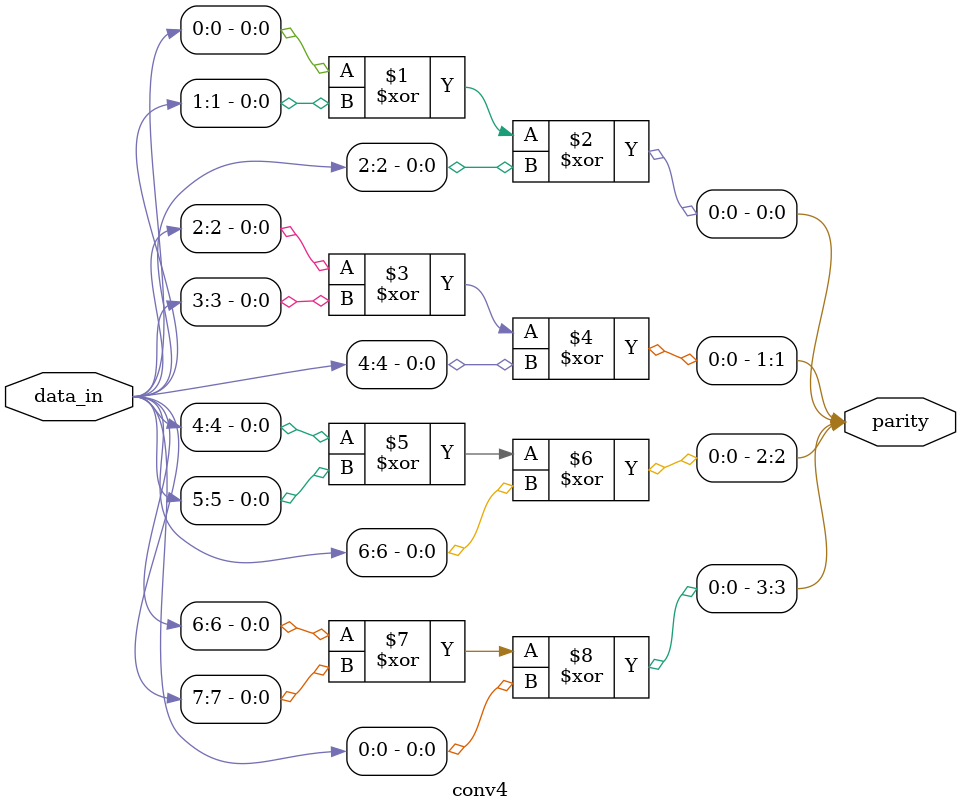
<source format=v>
/*
 * Copyright (c) 2024 Your Name
 * SPDX-License-Identifier: Apache-2.0
 */

module tt_um_turbo_enc_8bit (
    input  wire [7:0] ui_in,     // 8‑bit input
    input  wire [7:0] uio_in,    // uio_in[0] = start
    output wire [7:0] uo_out,    // 8‑bit encoded output
    input  wire clk,
    input  wire rst
);

    wire start = uio_in[0];
    wire [7:0] interleaved_data;
    wire [3:0] parity1, parity2;
    reg  [7:0] encoded_out;

    // ➤ Proper bit-reversal interleaver
    assign interleaved_data = {
        ui_in[0], ui_in[1], ui_in[2], ui_in[3],
        ui_in[4], ui_in[5], ui_in[6], ui_in[7]
    };  // Reverse indices: [0]→[7], [1]→[6], etc.

    // Combinational convolutional encoders
    conv4 enc1 (.data_in(ui_in),           .parity(parity1));
    conv4 enc2 (.data_in(interleaved_data), .parity(parity2));

    always @(posedge clk or posedge rst) begin
        if (rst)
            encoded_out <= 8'd0;
        else if (start)
            encoded_out <= {parity1, parity2};
    end

    assign uo_out = encoded_out;
endmodule
module conv4 (
    input  [7:0] data_in,
    output [3:0] parity
);
    assign parity[0] = data_in[0] ^ data_in[1] ^ data_in[2];
    assign parity[1] = data_in[2] ^ data_in[3] ^ data_in[4];
    assign parity[2] = data_in[4] ^ data_in[5] ^ data_in[6];
    assign parity[3] = data_in[6] ^ data_in[7] ^ data_in[0];
endmodule




</source>
